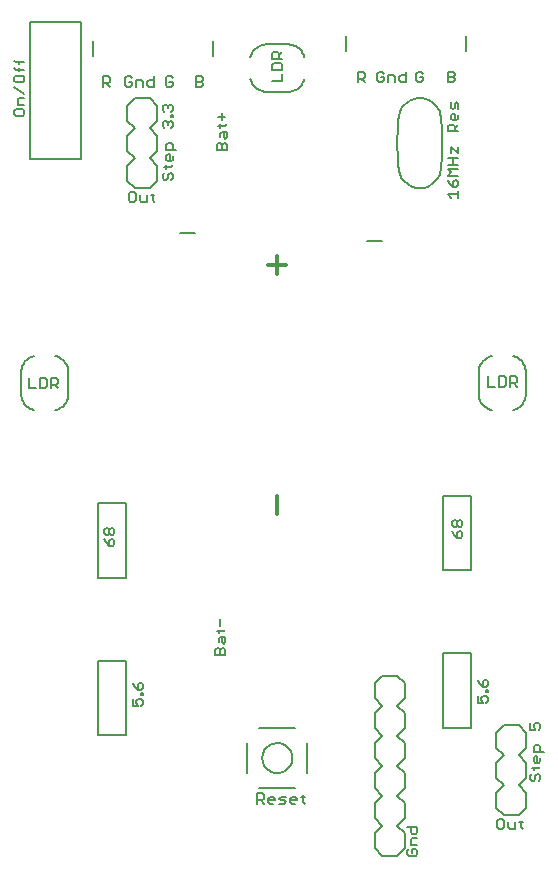
<source format=gto>
G75*
%MOIN*%
%OFA0B0*%
%FSLAX24Y24*%
%IPPOS*%
%LPD*%
%AMOC8*
5,1,8,0,0,1.08239X$1,22.5*
%
%ADD10C,0.0060*%
%ADD11C,0.0080*%
%ADD12C,0.0120*%
D10*
X004670Y008520D02*
X004840Y008520D01*
X004783Y008633D01*
X004783Y008690D01*
X004840Y008747D01*
X004953Y008747D01*
X005010Y008690D01*
X005010Y008577D01*
X004953Y008520D01*
X004670Y008520D02*
X004670Y008747D01*
X004953Y008888D02*
X004953Y008945D01*
X005010Y008945D01*
X005010Y008888D01*
X004953Y008888D01*
X004953Y009072D02*
X005010Y009129D01*
X005010Y009243D01*
X004953Y009299D01*
X004897Y009299D01*
X004840Y009243D01*
X004840Y009072D01*
X004953Y009072D01*
X004840Y009072D02*
X004726Y009186D01*
X004670Y009299D01*
X007420Y010220D02*
X007420Y010390D01*
X007476Y010447D01*
X007533Y010447D01*
X007590Y010390D01*
X007590Y010220D01*
X007760Y010220D02*
X007760Y010390D01*
X007703Y010447D01*
X007647Y010447D01*
X007590Y010390D01*
X007703Y010588D02*
X007647Y010645D01*
X007647Y010815D01*
X007590Y010815D02*
X007760Y010815D01*
X007760Y010645D01*
X007703Y010588D01*
X007533Y010645D02*
X007533Y010758D01*
X007590Y010815D01*
X007533Y010957D02*
X007533Y011070D01*
X007476Y011013D02*
X007703Y011013D01*
X007760Y011070D01*
X007590Y011202D02*
X007590Y011429D01*
X007760Y010220D02*
X007420Y010220D01*
X008820Y005610D02*
X008990Y005610D01*
X009047Y005554D01*
X009047Y005440D01*
X008990Y005383D01*
X008820Y005383D01*
X008820Y005270D02*
X008820Y005610D01*
X008933Y005383D02*
X009047Y005270D01*
X009188Y005327D02*
X009188Y005440D01*
X009245Y005497D01*
X009358Y005497D01*
X009415Y005440D01*
X009415Y005383D01*
X009188Y005383D01*
X009188Y005327D02*
X009245Y005270D01*
X009358Y005270D01*
X009557Y005270D02*
X009727Y005270D01*
X009783Y005327D01*
X009727Y005383D01*
X009613Y005383D01*
X009557Y005440D01*
X009613Y005497D01*
X009783Y005497D01*
X009925Y005440D02*
X009982Y005497D01*
X010095Y005497D01*
X010152Y005440D01*
X010152Y005383D01*
X009925Y005383D01*
X009925Y005327D02*
X009925Y005440D01*
X009925Y005327D02*
X009982Y005270D01*
X010095Y005270D01*
X010293Y005497D02*
X010407Y005497D01*
X010350Y005554D02*
X010350Y005327D01*
X010407Y005270D01*
X013820Y004483D02*
X014160Y004483D01*
X014160Y004313D01*
X014103Y004257D01*
X013990Y004257D01*
X013933Y004313D01*
X013933Y004483D01*
X013990Y004115D02*
X014160Y004115D01*
X013990Y004115D02*
X013933Y004058D01*
X013933Y003888D01*
X014160Y003888D01*
X014103Y003747D02*
X013990Y003747D01*
X013990Y003633D01*
X014103Y003520D02*
X013876Y003520D01*
X013820Y003577D01*
X013820Y003690D01*
X013876Y003747D01*
X014103Y003747D02*
X014160Y003690D01*
X014160Y003577D01*
X014103Y003520D01*
X016820Y004477D02*
X016877Y004420D01*
X016990Y004420D01*
X017047Y004477D01*
X017047Y004704D01*
X016990Y004760D01*
X016877Y004760D01*
X016820Y004704D01*
X016820Y004477D01*
X017188Y004477D02*
X017245Y004420D01*
X017415Y004420D01*
X017415Y004647D01*
X017557Y004647D02*
X017670Y004647D01*
X017613Y004704D02*
X017613Y004477D01*
X017670Y004420D01*
X017188Y004477D02*
X017188Y004647D01*
X017976Y006020D02*
X018033Y006020D01*
X018090Y006077D01*
X018090Y006190D01*
X018147Y006247D01*
X018203Y006247D01*
X018260Y006190D01*
X018260Y006077D01*
X018203Y006020D01*
X017976Y006020D02*
X017920Y006077D01*
X017920Y006190D01*
X017976Y006247D01*
X018033Y006388D02*
X018033Y006502D01*
X017976Y006445D02*
X018203Y006445D01*
X018260Y006502D01*
X018203Y006634D02*
X018260Y006691D01*
X018260Y006804D01*
X018147Y006861D02*
X018147Y006634D01*
X018203Y006634D02*
X018090Y006634D01*
X018033Y006691D01*
X018033Y006804D01*
X018090Y006861D01*
X018147Y006861D01*
X018260Y007002D02*
X018260Y007172D01*
X018203Y007229D01*
X018090Y007229D01*
X018033Y007172D01*
X018033Y007002D01*
X018373Y007002D01*
X018203Y007739D02*
X018260Y007796D01*
X018260Y007909D01*
X018203Y007966D01*
X018090Y007966D01*
X018033Y007909D01*
X018033Y007852D01*
X018090Y007739D01*
X017920Y007739D01*
X017920Y007966D01*
X016510Y008677D02*
X016453Y008620D01*
X016510Y008677D02*
X016510Y008790D01*
X016453Y008847D01*
X016340Y008847D01*
X016283Y008790D01*
X016283Y008733D01*
X016340Y008620D01*
X016170Y008620D01*
X016170Y008847D01*
X016453Y008988D02*
X016453Y009045D01*
X016510Y009045D01*
X016510Y008988D01*
X016453Y008988D01*
X016453Y009172D02*
X016510Y009229D01*
X016510Y009343D01*
X016453Y009399D01*
X016397Y009399D01*
X016340Y009343D01*
X016340Y009172D01*
X016453Y009172D01*
X016340Y009172D02*
X016226Y009286D01*
X016170Y009399D01*
X015603Y014120D02*
X015660Y014177D01*
X015660Y014290D01*
X015603Y014347D01*
X015547Y014347D01*
X015490Y014290D01*
X015490Y014120D01*
X015603Y014120D01*
X015490Y014120D02*
X015376Y014233D01*
X015320Y014347D01*
X015376Y014488D02*
X015433Y014488D01*
X015490Y014545D01*
X015490Y014658D01*
X015547Y014715D01*
X015603Y014715D01*
X015660Y014658D01*
X015660Y014545D01*
X015603Y014488D01*
X015547Y014488D01*
X015490Y014545D01*
X015490Y014658D02*
X015433Y014715D01*
X015376Y014715D01*
X015320Y014658D01*
X015320Y014545D01*
X015376Y014488D01*
X016515Y019170D02*
X016742Y019170D01*
X016883Y019170D02*
X016883Y019510D01*
X017054Y019510D01*
X017110Y019454D01*
X017110Y019227D01*
X017054Y019170D01*
X016883Y019170D01*
X017252Y019170D02*
X017252Y019510D01*
X017422Y019510D01*
X017479Y019454D01*
X017479Y019340D01*
X017422Y019283D01*
X017252Y019283D01*
X017365Y019283D02*
X017479Y019170D01*
X016515Y019170D02*
X016515Y019510D01*
X015510Y025470D02*
X015510Y025697D01*
X015510Y025583D02*
X015170Y025583D01*
X015283Y025470D01*
X015340Y025838D02*
X015340Y026008D01*
X015397Y026065D01*
X015453Y026065D01*
X015510Y026008D01*
X015510Y025895D01*
X015453Y025838D01*
X015340Y025838D01*
X015226Y025952D01*
X015170Y026065D01*
X015170Y026207D02*
X015283Y026320D01*
X015170Y026433D01*
X015510Y026433D01*
X015510Y026575D02*
X015170Y026575D01*
X015340Y026575D02*
X015340Y026802D01*
X015283Y026943D02*
X015283Y027170D01*
X015510Y026943D01*
X015510Y027170D01*
X015510Y026802D02*
X015170Y026802D01*
X015170Y026207D02*
X015510Y026207D01*
X015510Y027680D02*
X015170Y027680D01*
X015170Y027850D01*
X015226Y027907D01*
X015340Y027907D01*
X015397Y027850D01*
X015397Y027680D01*
X015397Y027793D02*
X015510Y027907D01*
X015453Y028048D02*
X015510Y028105D01*
X015510Y028218D01*
X015397Y028275D02*
X015397Y028048D01*
X015453Y028048D02*
X015340Y028048D01*
X015283Y028105D01*
X015283Y028218D01*
X015340Y028275D01*
X015397Y028275D01*
X015340Y028417D02*
X015283Y028473D01*
X015283Y028643D01*
X015397Y028587D02*
X015397Y028473D01*
X015340Y028417D01*
X015510Y028417D02*
X015510Y028587D01*
X015453Y028643D01*
X015397Y028587D01*
X015340Y029320D02*
X015170Y029320D01*
X015170Y029660D01*
X015340Y029660D01*
X015397Y029604D01*
X015397Y029547D01*
X015340Y029490D01*
X015170Y029490D01*
X015340Y029490D02*
X015397Y029433D01*
X015397Y029377D01*
X015340Y029320D01*
X014347Y029377D02*
X014347Y029490D01*
X014233Y029490D01*
X014120Y029377D02*
X014120Y029604D01*
X014177Y029660D01*
X014290Y029660D01*
X014347Y029604D01*
X014347Y029377D02*
X014290Y029320D01*
X014177Y029320D01*
X014120Y029377D01*
X013783Y029320D02*
X013613Y029320D01*
X013557Y029377D01*
X013557Y029490D01*
X013613Y029547D01*
X013783Y029547D01*
X013783Y029660D02*
X013783Y029320D01*
X013415Y029320D02*
X013415Y029490D01*
X013358Y029547D01*
X013188Y029547D01*
X013188Y029320D01*
X013047Y029377D02*
X013047Y029490D01*
X012933Y029490D01*
X012820Y029377D02*
X012877Y029320D01*
X012990Y029320D01*
X013047Y029377D01*
X013047Y029604D02*
X012990Y029660D01*
X012877Y029660D01*
X012820Y029604D01*
X012820Y029377D01*
X012397Y029320D02*
X012283Y029433D01*
X012340Y029433D02*
X012170Y029433D01*
X012170Y029320D02*
X012170Y029660D01*
X012340Y029660D01*
X012397Y029604D01*
X012397Y029490D01*
X012340Y029433D01*
X009660Y029370D02*
X009660Y029597D01*
X009660Y029738D02*
X009660Y029908D01*
X009603Y029965D01*
X009376Y029965D01*
X009320Y029908D01*
X009320Y029738D01*
X009660Y029738D01*
X009660Y029370D02*
X009320Y029370D01*
X009320Y030107D02*
X009320Y030277D01*
X009376Y030333D01*
X009490Y030333D01*
X009547Y030277D01*
X009547Y030107D01*
X009660Y030107D02*
X009320Y030107D01*
X009547Y030220D02*
X009660Y030333D01*
X007753Y028166D02*
X007526Y028166D01*
X007640Y028279D02*
X007640Y028052D01*
X007583Y027920D02*
X007583Y027807D01*
X007526Y027863D02*
X007753Y027863D01*
X007810Y027920D01*
X007810Y027665D02*
X007640Y027665D01*
X007583Y027608D01*
X007583Y027495D01*
X007697Y027495D02*
X007697Y027665D01*
X007810Y027665D02*
X007810Y027495D01*
X007753Y027438D01*
X007697Y027495D01*
X007697Y027297D02*
X007753Y027297D01*
X007810Y027240D01*
X007810Y027070D01*
X007470Y027070D01*
X007470Y027240D01*
X007526Y027297D01*
X007583Y027297D01*
X007640Y027240D01*
X007640Y027070D01*
X007640Y027240D02*
X007697Y027297D01*
X006940Y029170D02*
X006770Y029170D01*
X006770Y029510D01*
X006940Y029510D01*
X006997Y029454D01*
X006997Y029397D01*
X006940Y029340D01*
X006770Y029340D01*
X006940Y029340D02*
X006997Y029283D01*
X006997Y029227D01*
X006940Y029170D01*
X005997Y029227D02*
X005997Y029340D01*
X005883Y029340D01*
X005770Y029227D02*
X005827Y029170D01*
X005940Y029170D01*
X005997Y029227D01*
X005997Y029454D02*
X005940Y029510D01*
X005827Y029510D01*
X005770Y029454D01*
X005770Y029227D01*
X005383Y029170D02*
X005213Y029170D01*
X005157Y029227D01*
X005157Y029340D01*
X005213Y029397D01*
X005383Y029397D01*
X005383Y029510D02*
X005383Y029170D01*
X005015Y029170D02*
X005015Y029340D01*
X004958Y029397D01*
X004788Y029397D01*
X004788Y029170D01*
X004647Y029227D02*
X004647Y029340D01*
X004533Y029340D01*
X004420Y029227D02*
X004477Y029170D01*
X004590Y029170D01*
X004647Y029227D01*
X004647Y029454D02*
X004590Y029510D01*
X004477Y029510D01*
X004420Y029454D01*
X004420Y029227D01*
X003897Y029170D02*
X003783Y029283D01*
X003840Y029283D02*
X003670Y029283D01*
X003670Y029170D02*
X003670Y029510D01*
X003840Y029510D01*
X003897Y029454D01*
X003897Y029340D01*
X003840Y029283D01*
X005670Y028511D02*
X005670Y028398D01*
X005726Y028341D01*
X005840Y028455D02*
X005840Y028511D01*
X005897Y028568D01*
X005953Y028568D01*
X006010Y028511D01*
X006010Y028398D01*
X005953Y028341D01*
X005953Y028214D02*
X006010Y028214D01*
X006010Y028157D01*
X005953Y028157D01*
X005953Y028214D01*
X005953Y028016D02*
X005897Y028016D01*
X005840Y027959D01*
X005840Y027902D01*
X005840Y027959D02*
X005783Y028016D01*
X005726Y028016D01*
X005670Y027959D01*
X005670Y027846D01*
X005726Y027789D01*
X005840Y027279D02*
X005953Y027279D01*
X006010Y027222D01*
X006010Y027052D01*
X006123Y027052D02*
X005783Y027052D01*
X005783Y027222D01*
X005840Y027279D01*
X005840Y026911D02*
X005897Y026911D01*
X005897Y026684D01*
X005953Y026684D02*
X005840Y026684D01*
X005783Y026741D01*
X005783Y026854D01*
X005840Y026911D01*
X006010Y026854D02*
X006010Y026741D01*
X005953Y026684D01*
X006010Y026552D02*
X005953Y026495D01*
X005726Y026495D01*
X005783Y026438D02*
X005783Y026552D01*
X005726Y026297D02*
X005670Y026240D01*
X005670Y026127D01*
X005726Y026070D01*
X005783Y026070D01*
X005840Y026127D01*
X005840Y026240D01*
X005897Y026297D01*
X005953Y026297D01*
X006010Y026240D01*
X006010Y026127D01*
X005953Y026070D01*
X005388Y025547D02*
X005274Y025547D01*
X005331Y025604D02*
X005331Y025377D01*
X005388Y025320D01*
X005133Y025320D02*
X005133Y025547D01*
X004906Y025547D02*
X004906Y025377D01*
X004963Y025320D01*
X005133Y025320D01*
X004765Y025377D02*
X004765Y025604D01*
X004708Y025660D01*
X004595Y025660D01*
X004538Y025604D01*
X004538Y025377D01*
X004595Y025320D01*
X004708Y025320D01*
X004765Y025377D01*
X005953Y027789D02*
X006010Y027846D01*
X006010Y027959D01*
X005953Y028016D01*
X005840Y028511D02*
X005783Y028568D01*
X005726Y028568D01*
X005670Y028511D01*
X001060Y028574D02*
X000833Y028574D01*
X000833Y028744D01*
X000890Y028801D01*
X001060Y028801D01*
X001060Y028942D02*
X000720Y029169D01*
X000776Y029311D02*
X001003Y029311D01*
X001060Y029367D01*
X001060Y029481D01*
X001003Y029537D01*
X000776Y029537D01*
X000720Y029481D01*
X000720Y029367D01*
X000776Y029311D01*
X000890Y029679D02*
X000890Y029792D01*
X000776Y029736D02*
X000720Y029792D01*
X000776Y029736D02*
X001060Y029736D01*
X001060Y029981D02*
X000776Y029981D01*
X000720Y030038D01*
X000890Y030038D02*
X000890Y029924D01*
X001003Y028433D02*
X000776Y028433D01*
X000720Y028376D01*
X000720Y028262D01*
X000776Y028206D01*
X001003Y028206D01*
X001060Y028262D01*
X001060Y028376D01*
X001003Y028433D01*
X001215Y019460D02*
X001215Y019120D01*
X001442Y019120D01*
X001583Y019120D02*
X001754Y019120D01*
X001810Y019177D01*
X001810Y019404D01*
X001754Y019460D01*
X001583Y019460D01*
X001583Y019120D01*
X001952Y019120D02*
X001952Y019460D01*
X002122Y019460D01*
X002179Y019404D01*
X002179Y019290D01*
X002122Y019233D01*
X001952Y019233D01*
X002065Y019233D02*
X002179Y019120D01*
X003776Y014465D02*
X003720Y014408D01*
X003720Y014295D01*
X003776Y014238D01*
X003833Y014238D01*
X003890Y014295D01*
X003890Y014408D01*
X003947Y014465D01*
X004003Y014465D01*
X004060Y014408D01*
X004060Y014295D01*
X004003Y014238D01*
X003947Y014238D01*
X003890Y014295D01*
X003890Y014408D02*
X003833Y014465D01*
X003776Y014465D01*
X003720Y014097D02*
X003776Y013983D01*
X003890Y013870D01*
X003890Y014040D01*
X003947Y014097D01*
X004003Y014097D01*
X004060Y014040D01*
X004060Y013927D01*
X004003Y013870D01*
X003890Y013870D01*
D11*
X003518Y010030D02*
X003518Y007550D01*
X004462Y007550D01*
X004462Y010030D01*
X003518Y010030D01*
X003518Y012800D02*
X003518Y015280D01*
X004462Y015280D01*
X004462Y012800D01*
X003518Y012800D01*
X002527Y018896D02*
X002527Y019684D01*
X002522Y019728D01*
X002513Y019772D01*
X002502Y019816D01*
X002486Y019858D01*
X002468Y019899D01*
X002446Y019938D01*
X002422Y019975D01*
X002394Y020011D01*
X002364Y020044D01*
X002331Y020074D01*
X002296Y020102D01*
X002259Y020127D01*
X002220Y020149D01*
X002179Y020168D01*
X002137Y020183D01*
X002094Y020195D01*
X001386Y020195D02*
X001343Y020183D01*
X001301Y020168D01*
X001260Y020149D01*
X001221Y020127D01*
X001184Y020102D01*
X001149Y020074D01*
X001116Y020044D01*
X001086Y020011D01*
X001058Y019975D01*
X001034Y019938D01*
X001012Y019899D01*
X000994Y019858D01*
X000978Y019816D01*
X000967Y019772D01*
X000958Y019728D01*
X000953Y019684D01*
X000953Y018896D01*
X000958Y018852D01*
X000967Y018808D01*
X000978Y018764D01*
X000994Y018722D01*
X001012Y018681D01*
X001034Y018642D01*
X001058Y018605D01*
X001086Y018569D01*
X001116Y018536D01*
X001149Y018506D01*
X001184Y018478D01*
X001221Y018453D01*
X001260Y018431D01*
X001301Y018412D01*
X001343Y018397D01*
X001386Y018385D01*
X002094Y018385D02*
X002137Y018397D01*
X002179Y018412D01*
X002220Y018431D01*
X002259Y018453D01*
X002296Y018478D01*
X002331Y018506D01*
X002364Y018536D01*
X002394Y018569D01*
X002422Y018605D01*
X002446Y018642D01*
X002468Y018681D01*
X002486Y018722D01*
X002502Y018764D01*
X002513Y018808D01*
X002522Y018852D01*
X002527Y018896D01*
X006240Y024290D02*
X006740Y024290D01*
X005240Y025790D02*
X005490Y026040D01*
X005490Y026540D01*
X005240Y026790D01*
X005490Y027040D01*
X005490Y027540D01*
X005240Y027790D01*
X005490Y028040D01*
X005490Y028540D01*
X005240Y028790D01*
X004740Y028790D01*
X004490Y028540D01*
X004490Y028040D01*
X004740Y027790D01*
X004490Y027540D01*
X004490Y027040D01*
X004740Y026790D01*
X004490Y026540D01*
X004490Y026040D01*
X004740Y025790D01*
X005240Y025790D01*
X014940Y026390D02*
X014958Y026569D01*
X014972Y026749D01*
X014982Y026929D01*
X014988Y027110D01*
X014990Y027290D01*
X014988Y027470D01*
X014982Y027651D01*
X014972Y027831D01*
X014958Y028011D01*
X014940Y028190D01*
X014930Y028242D01*
X014916Y028293D01*
X014898Y028343D01*
X014877Y028391D01*
X014852Y028438D01*
X014824Y028482D01*
X014792Y028525D01*
X014758Y028565D01*
X014720Y028602D01*
X014680Y028636D01*
X014638Y028668D01*
X014593Y028696D01*
X014546Y028720D01*
X014498Y028741D01*
X014448Y028759D01*
X014397Y028772D01*
X014345Y028782D01*
X014293Y028788D01*
X014240Y028790D01*
X014187Y028788D01*
X014135Y028782D01*
X014083Y028772D01*
X014032Y028759D01*
X013982Y028741D01*
X013934Y028720D01*
X013887Y028696D01*
X013842Y028668D01*
X013800Y028636D01*
X013760Y028602D01*
X013722Y028565D01*
X013688Y028525D01*
X013656Y028482D01*
X013628Y028438D01*
X013603Y028391D01*
X013582Y028343D01*
X013564Y028293D01*
X013550Y028242D01*
X013540Y028190D01*
X013540Y026390D02*
X013550Y026338D01*
X013564Y026287D01*
X013582Y026237D01*
X013603Y026189D01*
X013628Y026142D01*
X013656Y026098D01*
X013688Y026055D01*
X013722Y026015D01*
X013760Y025978D01*
X013800Y025944D01*
X013842Y025912D01*
X013887Y025884D01*
X013934Y025860D01*
X013982Y025839D01*
X014032Y025821D01*
X014083Y025808D01*
X014135Y025798D01*
X014187Y025792D01*
X014240Y025790D01*
X014293Y025792D01*
X014345Y025798D01*
X014397Y025808D01*
X014448Y025821D01*
X014498Y025839D01*
X014546Y025860D01*
X014593Y025884D01*
X014638Y025912D01*
X014680Y025944D01*
X014720Y025978D01*
X014758Y026015D01*
X014792Y026055D01*
X014824Y026098D01*
X014852Y026142D01*
X014877Y026189D01*
X014898Y026237D01*
X014916Y026287D01*
X014930Y026338D01*
X014940Y026390D01*
X012990Y024040D02*
X012490Y024040D01*
X009884Y029003D02*
X009096Y029003D01*
X009052Y029008D01*
X009008Y029017D01*
X008964Y029028D01*
X008922Y029044D01*
X008881Y029062D01*
X008842Y029084D01*
X008805Y029108D01*
X008769Y029136D01*
X008736Y029166D01*
X008706Y029199D01*
X008678Y029234D01*
X008653Y029271D01*
X008631Y029310D01*
X008612Y029351D01*
X008597Y029393D01*
X008585Y029436D01*
X008585Y030144D02*
X008597Y030187D01*
X008612Y030229D01*
X008631Y030270D01*
X008653Y030309D01*
X008678Y030346D01*
X008706Y030381D01*
X008736Y030414D01*
X008769Y030444D01*
X008805Y030472D01*
X008842Y030496D01*
X008881Y030518D01*
X008922Y030536D01*
X008964Y030552D01*
X009008Y030563D01*
X009052Y030572D01*
X009096Y030577D01*
X009884Y030577D01*
X009928Y030572D01*
X009972Y030563D01*
X010016Y030552D01*
X010058Y030536D01*
X010099Y030518D01*
X010138Y030496D01*
X010175Y030472D01*
X010211Y030444D01*
X010244Y030414D01*
X010274Y030381D01*
X010302Y030346D01*
X010327Y030309D01*
X010349Y030270D01*
X010368Y030229D01*
X010383Y030187D01*
X010395Y030144D01*
X010395Y029436D02*
X010383Y029393D01*
X010368Y029351D01*
X010349Y029310D01*
X010327Y029271D01*
X010302Y029234D01*
X010274Y029199D01*
X010244Y029166D01*
X010211Y029136D01*
X010175Y029108D01*
X010138Y029084D01*
X010099Y029062D01*
X010058Y029044D01*
X010016Y029028D01*
X009972Y029017D01*
X009928Y029008D01*
X009884Y029003D01*
X011780Y030350D02*
X011780Y030850D01*
X015780Y030850D02*
X015780Y030350D01*
X013540Y028190D02*
X013522Y028011D01*
X013508Y027831D01*
X013498Y027651D01*
X013492Y027470D01*
X013490Y027290D01*
X013492Y027110D01*
X013498Y026929D01*
X013508Y026749D01*
X013522Y026569D01*
X013540Y026390D01*
X016203Y019684D02*
X016203Y018896D01*
X016208Y018852D01*
X016217Y018808D01*
X016228Y018764D01*
X016244Y018722D01*
X016262Y018681D01*
X016284Y018642D01*
X016308Y018605D01*
X016336Y018569D01*
X016366Y018536D01*
X016399Y018506D01*
X016434Y018478D01*
X016471Y018453D01*
X016510Y018431D01*
X016551Y018412D01*
X016593Y018397D01*
X016636Y018385D01*
X017344Y018385D02*
X017387Y018397D01*
X017429Y018412D01*
X017470Y018431D01*
X017509Y018453D01*
X017546Y018478D01*
X017581Y018506D01*
X017614Y018536D01*
X017644Y018569D01*
X017672Y018605D01*
X017696Y018642D01*
X017718Y018681D01*
X017736Y018722D01*
X017752Y018764D01*
X017763Y018808D01*
X017772Y018852D01*
X017777Y018896D01*
X017777Y019684D01*
X017772Y019728D01*
X017763Y019772D01*
X017752Y019816D01*
X017736Y019858D01*
X017718Y019899D01*
X017696Y019938D01*
X017672Y019975D01*
X017644Y020011D01*
X017614Y020044D01*
X017581Y020074D01*
X017546Y020102D01*
X017509Y020127D01*
X017470Y020149D01*
X017429Y020168D01*
X017387Y020183D01*
X017344Y020195D01*
X016636Y020195D02*
X016593Y020183D01*
X016551Y020168D01*
X016510Y020149D01*
X016471Y020127D01*
X016434Y020102D01*
X016399Y020074D01*
X016366Y020044D01*
X016336Y020011D01*
X016308Y019975D01*
X016284Y019938D01*
X016262Y019899D01*
X016244Y019858D01*
X016228Y019816D01*
X016217Y019772D01*
X016208Y019728D01*
X016203Y019684D01*
X015962Y015530D02*
X015018Y015530D01*
X015018Y013050D01*
X015962Y013050D01*
X015962Y015530D01*
X015962Y010280D02*
X015018Y010280D01*
X015018Y007800D01*
X015962Y007800D01*
X015962Y010280D01*
X017040Y007890D02*
X016790Y007640D01*
X016790Y007140D01*
X017040Y006890D01*
X016790Y006640D01*
X016790Y006140D01*
X017040Y005890D01*
X016790Y005640D01*
X016790Y005140D01*
X017040Y004890D01*
X017540Y004890D01*
X017790Y005140D01*
X017790Y005640D01*
X017540Y005890D01*
X017790Y006140D01*
X017790Y006640D01*
X017540Y006890D01*
X017790Y007140D01*
X017790Y007640D01*
X017540Y007890D01*
X017040Y007890D01*
X013740Y007790D02*
X013490Y007540D01*
X013740Y007290D01*
X013740Y006790D01*
X013490Y006540D01*
X013740Y006290D01*
X013740Y005790D01*
X013490Y005540D01*
X013740Y005290D01*
X013740Y004790D01*
X013490Y004540D01*
X013740Y004290D01*
X013740Y003790D01*
X013490Y003540D01*
X012990Y003540D01*
X012740Y003790D01*
X012740Y004290D01*
X012990Y004540D01*
X012740Y004790D01*
X012740Y005290D01*
X012990Y005540D01*
X012740Y005790D01*
X012740Y006290D01*
X012990Y006540D01*
X012740Y006790D01*
X012740Y007290D01*
X012990Y007540D01*
X012740Y007790D01*
X012740Y008290D01*
X012990Y008540D01*
X012740Y008790D01*
X012740Y009290D01*
X012990Y009540D01*
X013490Y009540D01*
X013740Y009290D01*
X013740Y008790D01*
X013490Y008540D01*
X013740Y008290D01*
X013740Y007790D01*
X010490Y007278D02*
X010490Y006290D01*
X010096Y005790D02*
X008884Y005790D01*
X008490Y006302D02*
X008490Y007278D01*
X008884Y007790D02*
X010096Y007790D01*
X008990Y006790D02*
X008992Y006834D01*
X008998Y006878D01*
X009008Y006921D01*
X009021Y006963D01*
X009038Y007004D01*
X009059Y007043D01*
X009083Y007080D01*
X009110Y007115D01*
X009140Y007147D01*
X009173Y007177D01*
X009209Y007203D01*
X009246Y007227D01*
X009286Y007246D01*
X009327Y007263D01*
X009370Y007275D01*
X009413Y007284D01*
X009457Y007289D01*
X009501Y007290D01*
X009545Y007287D01*
X009589Y007280D01*
X009632Y007269D01*
X009674Y007255D01*
X009714Y007237D01*
X009753Y007215D01*
X009789Y007191D01*
X009823Y007163D01*
X009855Y007132D01*
X009884Y007098D01*
X009910Y007062D01*
X009932Y007024D01*
X009951Y006984D01*
X009966Y006942D01*
X009978Y006900D01*
X009986Y006856D01*
X009990Y006812D01*
X009990Y006768D01*
X009986Y006724D01*
X009978Y006680D01*
X009966Y006638D01*
X009951Y006596D01*
X009932Y006556D01*
X009910Y006518D01*
X009884Y006482D01*
X009855Y006448D01*
X009823Y006417D01*
X009789Y006389D01*
X009753Y006365D01*
X009714Y006343D01*
X009674Y006325D01*
X009632Y006311D01*
X009589Y006300D01*
X009545Y006293D01*
X009501Y006290D01*
X009457Y006291D01*
X009413Y006296D01*
X009370Y006305D01*
X009327Y006317D01*
X009286Y006334D01*
X009246Y006353D01*
X009209Y006377D01*
X009173Y006403D01*
X009140Y006433D01*
X009110Y006465D01*
X009083Y006500D01*
X009059Y006537D01*
X009038Y006576D01*
X009021Y006617D01*
X009008Y006659D01*
X008998Y006702D01*
X008992Y006746D01*
X008990Y006790D01*
X002946Y026751D02*
X001234Y026751D01*
X001234Y031329D01*
X002946Y031329D01*
X002946Y026751D01*
X003340Y030200D02*
X003340Y030700D01*
X007340Y030700D02*
X007340Y030200D01*
D12*
X009490Y023516D02*
X009490Y022929D01*
X009196Y023223D02*
X009783Y023223D01*
X009490Y015516D02*
X009490Y014929D01*
M02*

</source>
